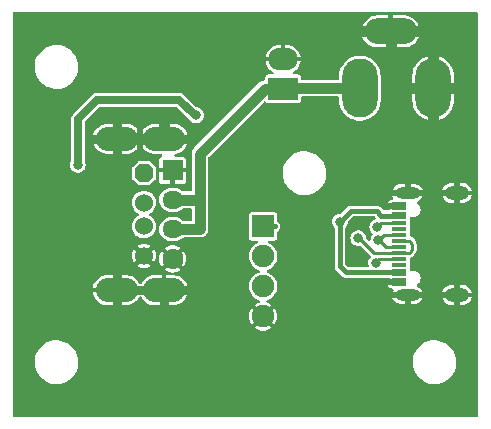
<source format=gbr>
%TF.GenerationSoftware,KiCad,Pcbnew,7.0.2*%
%TF.CreationDate,2023-11-10T23:30:57+01:00*%
%TF.ProjectId,PoweredUSB-Adapter,506f7765-7265-4645-9553-422d41646170,rev?*%
%TF.SameCoordinates,Original*%
%TF.FileFunction,Copper,L1,Top*%
%TF.FilePolarity,Positive*%
%FSLAX46Y46*%
G04 Gerber Fmt 4.6, Leading zero omitted, Abs format (unit mm)*
G04 Created by KiCad (PCBNEW 7.0.2) date 2023-11-10 23:30:57*
%MOMM*%
%LPD*%
G01*
G04 APERTURE LIST*
G04 Aperture macros list*
%AMOutline5P*
0 Free polygon, 5 corners , with rotation*
0 The origin of the aperture is its center*
0 number of corners: always 5*
0 $1 to $10 corner X, Y*
0 $11 Rotation angle, in degrees counterclockwise*
0 create outline with 5 corners*
4,1,5,$1,$2,$3,$4,$5,$6,$7,$8,$9,$10,$1,$2,$11*%
%AMOutline6P*
0 Free polygon, 6 corners , with rotation*
0 The origin of the aperture is its center*
0 number of corners: always 6*
0 $1 to $12 corner X, Y*
0 $13 Rotation angle, in degrees counterclockwise*
0 create outline with 6 corners*
4,1,6,$1,$2,$3,$4,$5,$6,$7,$8,$9,$10,$11,$12,$1,$2,$13*%
%AMOutline7P*
0 Free polygon, 7 corners , with rotation*
0 The origin of the aperture is its center*
0 number of corners: always 7*
0 $1 to $14 corner X, Y*
0 $15 Rotation angle, in degrees counterclockwise*
0 create outline with 7 corners*
4,1,7,$1,$2,$3,$4,$5,$6,$7,$8,$9,$10,$11,$12,$13,$14,$1,$2,$15*%
%AMOutline8P*
0 Free polygon, 8 corners , with rotation*
0 The origin of the aperture is its center*
0 number of corners: always 8*
0 $1 to $16 corner X, Y*
0 $17 Rotation angle, in degrees counterclockwise*
0 create outline with 8 corners*
4,1,8,$1,$2,$3,$4,$5,$6,$7,$8,$9,$10,$11,$12,$13,$14,$15,$16,$1,$2,$17*%
G04 Aperture macros list end*
%TA.AperFunction,ComponentPad*%
%ADD10R,1.905000X1.905000*%
%TD*%
%TA.AperFunction,ComponentPad*%
%ADD11C,1.905000*%
%TD*%
%TA.AperFunction,ComponentPad*%
%ADD12Outline8P,-0.762000X0.381000X-0.381000X0.762000X0.381000X0.762000X0.762000X0.381000X0.762000X-0.381000X0.381000X-0.762000X-0.381000X-0.762000X-0.762000X-0.381000X270.000000*%
%TD*%
%TA.AperFunction,ComponentPad*%
%ADD13C,1.524000*%
%TD*%
%TA.AperFunction,ComponentPad*%
%ADD14R,1.778000X1.778000*%
%TD*%
%TA.AperFunction,ComponentPad*%
%ADD15O,1.778000X1.524000*%
%TD*%
%TA.AperFunction,ComponentPad*%
%ADD16C,1.778000*%
%TD*%
%TA.AperFunction,ComponentPad*%
%ADD17O,3.556000X2.032000*%
%TD*%
%TA.AperFunction,ComponentPad*%
%ADD18O,3.000000X5.000000*%
%TD*%
%TA.AperFunction,ComponentPad*%
%ADD19O,4.400000X2.200000*%
%TD*%
%TA.AperFunction,SMDPad,CuDef*%
%ADD20R,1.300000X0.300000*%
%TD*%
%TA.AperFunction,ComponentPad*%
%ADD21O,2.100000X1.000000*%
%TD*%
%TA.AperFunction,ComponentPad*%
%ADD22O,2.000000X1.200000*%
%TD*%
%TA.AperFunction,ComponentPad*%
%ADD23R,2.500000X1.900000*%
%TD*%
%TA.AperFunction,ComponentPad*%
%ADD24O,2.500000X1.900000*%
%TD*%
%TA.AperFunction,ViaPad*%
%ADD25C,0.812800*%
%TD*%
%TA.AperFunction,Conductor*%
%ADD26C,0.635000*%
%TD*%
%TA.AperFunction,Conductor*%
%ADD27C,0.381000*%
%TD*%
%TA.AperFunction,Conductor*%
%ADD28C,0.254000*%
%TD*%
%TA.AperFunction,Conductor*%
%ADD29C,0.762000*%
%TD*%
%TA.AperFunction,Conductor*%
%ADD30C,0.889000*%
%TD*%
%TA.AperFunction,Conductor*%
%ADD31C,0.508000*%
%TD*%
G04 APERTURE END LIST*
D10*
%TO.P,J2,1,Pin_1*%
%TO.N,+5V*%
X121484200Y-78500000D03*
D11*
%TO.P,J2,2,Pin_2*%
%TO.N,/D-*%
X121484200Y-81040000D03*
%TO.P,J2,3,Pin_3*%
%TO.N,/D+*%
X121484200Y-83580000D03*
%TO.P,J2,4,Pin_4*%
%TO.N,GND*%
X121484200Y-86120000D03*
%TD*%
D12*
%TO.P,CN1,1,Vbus*%
%TO.N,+5V*%
X111405000Y-74000000D03*
D13*
%TO.P,CN1,2,D-*%
%TO.N,/D-*%
X111405000Y-76500000D03*
%TO.P,CN1,3,D+*%
%TO.N,/D+*%
X111405000Y-78500000D03*
%TO.P,CN1,4,GND*%
%TO.N,GND*%
X111405000Y-81000000D03*
D14*
%TO.P,CN1,5,PGND*%
X113835000Y-73750000D03*
D15*
%TO.P,CN1,6,PWR+*%
%TO.N,VCC*%
X113835000Y-76250000D03*
%TO.P,CN1,7,PWR+*%
X113835000Y-78750000D03*
D16*
%TO.P,CN1,8,PGND*%
%TO.N,GND*%
X113835000Y-81250000D03*
D17*
%TO.P,CN1,S,Shd*%
X113095000Y-71100000D03*
X109095000Y-71100000D03*
X113095000Y-83900000D03*
X109095000Y-83900000D03*
%TD*%
D18*
%TO.P,J1,1*%
%TO.N,VCC*%
X129684200Y-66800000D03*
%TO.P,J1,2*%
%TO.N,GND*%
X135884200Y-66800000D03*
D19*
%TO.P,J1,3*%
X132284200Y-62000000D03*
%TD*%
D20*
%TO.P,CN4,A1,GND*%
%TO.N,GND*%
X133000000Y-83350000D03*
%TO.P,CN4,A4,Vbus*%
%TO.N,+5V*%
X133000000Y-82550000D03*
%TO.P,CN4,A5,CC1*%
%TO.N,Net-(CN4-CC1)*%
X133000000Y-81250000D03*
%TO.P,CN4,A6,D+*%
%TO.N,/D+*%
X133000000Y-80250000D03*
%TO.P,CN4,A7,D-*%
%TO.N,/D-*%
X133000000Y-79750000D03*
%TO.P,CN4,A8,SBUS*%
%TO.N,unconnected-(CN4-SBUS-PadA8)*%
X133000000Y-78750000D03*
%TO.P,CN4,A9,Vbus*%
%TO.N,+5V*%
X133000000Y-77450000D03*
%TO.P,CN4,A12,GND*%
%TO.N,GND*%
X133000000Y-76650000D03*
%TO.P,CN4,B1,GND*%
X133000000Y-76950000D03*
%TO.P,CN4,B4,Vbus*%
%TO.N,+5V*%
X133000000Y-77750000D03*
%TO.P,CN4,B5,CC2*%
%TO.N,Net-(CN4-CC2)*%
X133000000Y-78250000D03*
%TO.P,CN4,B6,D+*%
%TO.N,/D+*%
X133000000Y-79250000D03*
%TO.P,CN4,B7,D-*%
%TO.N,/D-*%
X133000000Y-80750000D03*
%TO.P,CN4,B8,SBUS*%
%TO.N,unconnected-(CN4-SBUS-PadB8)*%
X133000000Y-81750000D03*
%TO.P,CN4,B9,Vbus*%
%TO.N,+5V*%
X133000000Y-82250000D03*
%TO.P,CN4,B12,GND*%
%TO.N,GND*%
X133000000Y-83050000D03*
D21*
%TO.P,CN4,S,SH*%
X133720000Y-84320000D03*
D22*
X137900000Y-84320000D03*
D21*
X133720000Y-75680000D03*
D22*
X137900000Y-75680000D03*
%TD*%
D23*
%TO.P,J3,1,Pin_1*%
%TO.N,VCC*%
X123184200Y-66850000D03*
D24*
%TO.P,J3,2,Pin_2*%
%TO.N,GND*%
X123184200Y-64350000D03*
%TD*%
D25*
%TO.N,+5V*%
X105795000Y-73300000D03*
X128000000Y-78100000D03*
X115800000Y-69100000D03*
%TO.N,/D-*%
X129550000Y-79500000D03*
%TO.N,/D+*%
X131250000Y-79650000D03*
%TO.N,GND*%
X129950000Y-91850000D03*
X101000000Y-94000000D03*
X124000000Y-61000000D03*
X125200000Y-79300000D03*
X124300000Y-79700000D03*
X122000000Y-61000000D03*
X137000000Y-61000000D03*
X109500000Y-63500000D03*
X124000000Y-94000000D03*
X111500000Y-63500000D03*
X139000000Y-92000000D03*
X103000000Y-94000000D03*
X139000000Y-80000000D03*
X109100000Y-69300000D03*
X118400000Y-76500000D03*
X126600000Y-82400000D03*
X139000000Y-73000000D03*
X111500000Y-66500000D03*
X113550000Y-90500000D03*
X118000000Y-61000000D03*
X113400000Y-63500000D03*
X117400000Y-69000000D03*
X101000000Y-74950000D03*
X139000000Y-85850000D03*
X110450000Y-88050000D03*
X101000000Y-80050000D03*
X116000000Y-61000000D03*
X139000000Y-63000000D03*
X138000000Y-94000000D03*
X132000000Y-85900000D03*
X137000000Y-94000000D03*
X111000000Y-69300000D03*
X102000000Y-94000000D03*
X109500000Y-66500000D03*
X139000000Y-62000000D03*
X139000000Y-88150000D03*
X113400000Y-66500000D03*
X122000000Y-94000000D03*
X139000000Y-87150000D03*
X126450000Y-89850000D03*
X132000000Y-74100000D03*
X120000000Y-61000000D03*
X118400000Y-75000000D03*
X139000000Y-93000000D03*
X101000000Y-83000000D03*
X118000000Y-94000000D03*
X124200000Y-84700000D03*
X101000000Y-93000000D03*
X139000000Y-78000000D03*
X103000000Y-61000000D03*
X129400000Y-78400000D03*
X101000000Y-92000000D03*
X129700000Y-81400000D03*
X139000000Y-74000000D03*
X101000000Y-77500000D03*
X120000000Y-94000000D03*
X102000000Y-61000000D03*
X139000000Y-61000000D03*
X139000000Y-94000000D03*
X101000000Y-61000000D03*
X101000000Y-62000000D03*
X101000000Y-71950000D03*
X119850000Y-88450000D03*
X122000000Y-72900000D03*
X118500000Y-84500000D03*
X101000000Y-63000000D03*
X139000000Y-82000000D03*
X127600000Y-85300000D03*
X113100000Y-69300000D03*
X128800000Y-75900000D03*
X138000000Y-61000000D03*
X116000000Y-94000000D03*
%TO.N,Net-(CN4-CC1)*%
X131050000Y-81600000D03*
%TO.N,Net-(CN4-CC2)*%
X131150000Y-78550000D03*
%TD*%
D26*
%TO.N,+5V*%
X105795000Y-69405000D02*
X105795000Y-73300000D01*
D27*
X128000000Y-81900000D02*
X128000000Y-78100000D01*
D28*
X133000000Y-82550000D02*
X132850000Y-82400000D01*
D27*
X131100000Y-77200000D02*
X128900000Y-77200000D01*
X131500000Y-82400000D02*
X132850000Y-82400000D01*
X132850000Y-77600000D02*
X131500000Y-77600000D01*
X128500100Y-82400100D02*
X128000000Y-81900000D01*
D26*
X115700000Y-69100000D02*
X115800000Y-69100000D01*
X114400000Y-67800000D02*
X107400000Y-67800000D01*
D27*
X129350100Y-82400100D02*
X131499900Y-82400100D01*
X131499900Y-82400100D02*
X131500000Y-82400000D01*
D28*
X133000000Y-82250000D02*
X133000000Y-82550000D01*
D26*
X107400000Y-67800000D02*
X105795000Y-69405000D01*
D28*
X133000000Y-77750000D02*
X133000000Y-77450000D01*
X133000000Y-77750000D02*
X132850000Y-77600000D01*
D27*
X131500000Y-77600000D02*
X131100000Y-77200000D01*
D26*
X115700000Y-69100000D02*
X114400000Y-67800000D01*
D27*
X122484200Y-78500000D02*
X121484200Y-78500000D01*
X128900000Y-77200000D02*
X128000000Y-78100000D01*
X129350100Y-82400100D02*
X128500100Y-82400100D01*
D28*
%TO.N,/D-*%
X134100000Y-80450000D02*
X134100000Y-80050000D01*
X130900000Y-80750000D02*
X129600000Y-79450000D01*
X133950000Y-79750000D02*
X133000000Y-79750000D01*
X133000000Y-80750000D02*
X133950000Y-80750000D01*
X133950000Y-80750000D02*
X134100000Y-80450000D01*
X134100000Y-80050000D02*
X133950000Y-79750000D01*
X133000000Y-80750000D02*
X130900000Y-80750000D01*
%TO.N,/D+*%
X131900000Y-80250000D02*
X131500000Y-79850000D01*
X131700000Y-79250000D02*
X131500000Y-79450000D01*
X133000000Y-79250000D02*
X131700000Y-79250000D01*
X133000000Y-80250000D02*
X131900000Y-80250000D01*
X131500000Y-79850000D02*
X131500000Y-79450000D01*
D29*
%TO.N,GND*%
X109095000Y-71100000D02*
X107050000Y-71100000D01*
X109095000Y-83900000D02*
X109095000Y-85455000D01*
D30*
X135884200Y-66800000D02*
X138084200Y-66800000D01*
X132284200Y-62000000D02*
X127884200Y-62000000D01*
D29*
X113095000Y-83900000D02*
X113095000Y-85755000D01*
D31*
X137900000Y-84320000D02*
X133720000Y-84320000D01*
D29*
X109095000Y-71100000D02*
X115500000Y-71100000D01*
X109095000Y-83900000D02*
X116200000Y-83900000D01*
D31*
X133720000Y-84320000D02*
X130280000Y-84320000D01*
X133720000Y-75680000D02*
X133720000Y-74470000D01*
D30*
X135884200Y-66800000D02*
X135884200Y-60950000D01*
D31*
X133720000Y-84320000D02*
X133720000Y-85670000D01*
X133720000Y-75680000D02*
X131380000Y-75680000D01*
X137900000Y-84320000D02*
X137900000Y-85600000D01*
D30*
X132284200Y-62000000D02*
X136884200Y-62000000D01*
D31*
X111100000Y-71100000D02*
X111100000Y-72400000D01*
D29*
X109095000Y-83900000D02*
X109095000Y-71100000D01*
D31*
X111100000Y-71100000D02*
X111100000Y-70000000D01*
D30*
X135884200Y-66800000D02*
X133584200Y-66800000D01*
X113095000Y-71100000D02*
X111100000Y-71100000D01*
D31*
X137900000Y-75680000D02*
X137900000Y-74650000D01*
D29*
X109095000Y-71100000D02*
X109095000Y-69305000D01*
X109095000Y-69305000D02*
X109100000Y-69300000D01*
X109095000Y-85455000D02*
X109095000Y-86105000D01*
D31*
X137900000Y-84320000D02*
X137900000Y-83100000D01*
D30*
X135884200Y-66800000D02*
X135884200Y-71600000D01*
D31*
X137900000Y-75680000D02*
X137900000Y-76800000D01*
D30*
X132284200Y-62000000D02*
X132284200Y-63900000D01*
D31*
X137900000Y-75680000D02*
X133720000Y-75680000D01*
D30*
X113095000Y-71100000D02*
X113095000Y-69305000D01*
X111100000Y-71100000D02*
X109095000Y-71100000D01*
X113095000Y-69305000D02*
X113100000Y-69300000D01*
%TO.N,VCC*%
X129684200Y-66800000D02*
X123234200Y-66800000D01*
X116145000Y-74600000D02*
X116145000Y-73750000D01*
X121634200Y-66850000D02*
X123184200Y-66850000D01*
X116145000Y-74600000D02*
X116145000Y-72339200D01*
X116145000Y-76250000D02*
X116145000Y-74600000D01*
X116145000Y-72339200D02*
X121634200Y-66850000D01*
X123234200Y-66800000D02*
X123184200Y-66850000D01*
X116145000Y-78750000D02*
X116145000Y-76250000D01*
X116145000Y-76250000D02*
X113835000Y-76250000D01*
X113835000Y-78750000D02*
X116145000Y-78750000D01*
D28*
%TO.N,Net-(CN4-CC1)*%
X131280200Y-81269800D02*
X132980200Y-81269800D01*
X131050000Y-81500000D02*
X131280200Y-81269800D01*
X132980200Y-81269800D02*
X133000000Y-81250000D01*
X131050000Y-81600000D02*
X131050000Y-81500000D01*
%TO.N,Net-(CN4-CC2)*%
X133000000Y-78250000D02*
X131450000Y-78250000D01*
X131450000Y-78250000D02*
X131150000Y-78550000D01*
%TD*%
%TA.AperFunction,Conductor*%
%TO.N,GND*%
G36*
X130931606Y-77665002D02*
G01*
X130952580Y-77681905D01*
X130984004Y-77713329D01*
X131018030Y-77775641D01*
X131012965Y-77846456D01*
X130970418Y-77903292D01*
X130925064Y-77924762D01*
X130913923Y-77927507D01*
X130771807Y-78002095D01*
X130651675Y-78108523D01*
X130560503Y-78240609D01*
X130503591Y-78390675D01*
X130484246Y-78550000D01*
X130503591Y-78709324D01*
X130560503Y-78859390D01*
X130601311Y-78918510D01*
X130633910Y-78965739D01*
X130651677Y-78991478D01*
X130723142Y-79054791D01*
X130760868Y-79114935D01*
X130760088Y-79185927D01*
X130743285Y-79220679D01*
X130660503Y-79340608D01*
X130603591Y-79490675D01*
X130588941Y-79611335D01*
X130560874Y-79676548D01*
X130502005Y-79716234D01*
X130431026Y-79717794D01*
X130374765Y-79685242D01*
X130250124Y-79560601D01*
X130216098Y-79498289D01*
X130214138Y-79486694D01*
X130213569Y-79482011D01*
X130196408Y-79340675D01*
X130139496Y-79190609D01*
X130048324Y-79058523D01*
X130032537Y-79044537D01*
X129928192Y-78952095D01*
X129811552Y-78890878D01*
X129786080Y-78877509D01*
X129630248Y-78839100D01*
X129469752Y-78839100D01*
X129349173Y-78868820D01*
X129313920Y-78877509D01*
X129171807Y-78952095D01*
X129051675Y-79058523D01*
X128960503Y-79190609D01*
X128903591Y-79340675D01*
X128884246Y-79499999D01*
X128903591Y-79659324D01*
X128960503Y-79809390D01*
X129051675Y-79941476D01*
X129171807Y-80047904D01*
X129171809Y-80047905D01*
X129313920Y-80122491D01*
X129469752Y-80160900D01*
X129469754Y-80160900D01*
X129630249Y-80160900D01*
X129658072Y-80154041D01*
X129674470Y-80150000D01*
X129745398Y-80153117D01*
X129793720Y-80183243D01*
X130572263Y-80961786D01*
X130606289Y-81024098D01*
X130601224Y-81094913D01*
X130566723Y-81145192D01*
X130551676Y-81158522D01*
X130460503Y-81290609D01*
X130403591Y-81440675D01*
X130384246Y-81600000D01*
X130403592Y-81759326D01*
X130413109Y-81784421D01*
X130418562Y-81855208D01*
X130384880Y-81917706D01*
X130322755Y-81952072D01*
X130295297Y-81955100D01*
X128736615Y-81955100D01*
X128668494Y-81935098D01*
X128647520Y-81918195D01*
X128481905Y-81752580D01*
X128447879Y-81690268D01*
X128445000Y-81663485D01*
X128445000Y-78645426D01*
X128465002Y-78577305D01*
X128487448Y-78551112D01*
X128488703Y-78550000D01*
X128498324Y-78541477D01*
X128589496Y-78409391D01*
X128646408Y-78259325D01*
X128660890Y-78140056D01*
X128665548Y-78101697D01*
X128693615Y-78036484D01*
X128701522Y-78027801D01*
X129047420Y-77681904D01*
X129109733Y-77647879D01*
X129136516Y-77645000D01*
X130863485Y-77645000D01*
X130931606Y-77665002D01*
G37*
%TD.AperFunction*%
%TA.AperFunction,Conductor*%
G36*
X111939300Y-83828111D02*
G01*
X111939300Y-83971889D01*
X111974127Y-84090500D01*
X110215873Y-84090500D01*
X110250700Y-83971889D01*
X110250700Y-83828111D01*
X110215873Y-83709500D01*
X111974127Y-83709500D01*
X111939300Y-83828111D01*
G37*
%TD.AperFunction*%
%TA.AperFunction,Conductor*%
G36*
X111939300Y-71028111D02*
G01*
X111939300Y-71171889D01*
X111974127Y-71290500D01*
X110215873Y-71290500D01*
X110250700Y-71171889D01*
X110250700Y-71028111D01*
X110215873Y-70909500D01*
X111974127Y-70909500D01*
X111939300Y-71028111D01*
G37*
%TD.AperFunction*%
%TA.AperFunction,Conductor*%
G36*
X139612621Y-60349502D02*
G01*
X139659114Y-60403158D01*
X139670500Y-60455500D01*
X139670500Y-94544500D01*
X139650498Y-94612621D01*
X139596842Y-94659114D01*
X139544500Y-94670500D01*
X100455500Y-94670500D01*
X100387379Y-94650498D01*
X100340886Y-94596842D01*
X100329500Y-94544500D01*
X100329500Y-90067766D01*
X102145787Y-90067766D01*
X102175413Y-90337015D01*
X102175414Y-90337018D01*
X102243928Y-90599088D01*
X102349870Y-90848390D01*
X102490982Y-91079610D01*
X102664255Y-91287820D01*
X102664256Y-91287821D01*
X102664258Y-91287823D01*
X102865993Y-91468578D01*
X102865995Y-91468579D01*
X102865998Y-91468582D01*
X103091910Y-91618044D01*
X103224104Y-91680014D01*
X103337171Y-91733018D01*
X103337173Y-91733018D01*
X103337176Y-91733020D01*
X103596569Y-91811060D01*
X103596572Y-91811060D01*
X103596574Y-91811061D01*
X103864558Y-91850500D01*
X103864561Y-91850500D01*
X104065330Y-91850500D01*
X104067631Y-91850500D01*
X104270156Y-91835677D01*
X104534553Y-91776780D01*
X104787558Y-91680014D01*
X105023777Y-91547441D01*
X105238177Y-91381888D01*
X105426186Y-91186881D01*
X105583799Y-90966579D01*
X105707656Y-90725675D01*
X105795118Y-90469305D01*
X105844319Y-90202933D01*
X105849259Y-90067766D01*
X134145787Y-90067766D01*
X134175413Y-90337015D01*
X134175414Y-90337018D01*
X134243928Y-90599088D01*
X134349870Y-90848390D01*
X134490982Y-91079610D01*
X134664255Y-91287820D01*
X134664256Y-91287821D01*
X134664258Y-91287823D01*
X134865993Y-91468578D01*
X134865995Y-91468579D01*
X134865998Y-91468582D01*
X135091910Y-91618044D01*
X135224104Y-91680014D01*
X135337171Y-91733018D01*
X135337173Y-91733018D01*
X135337176Y-91733020D01*
X135596569Y-91811060D01*
X135596572Y-91811060D01*
X135596574Y-91811061D01*
X135864558Y-91850500D01*
X135864561Y-91850500D01*
X136065330Y-91850500D01*
X136067631Y-91850500D01*
X136270156Y-91835677D01*
X136534553Y-91776780D01*
X136787558Y-91680014D01*
X137023777Y-91547441D01*
X137238177Y-91381888D01*
X137426186Y-91186881D01*
X137583799Y-90966579D01*
X137707656Y-90725675D01*
X137795118Y-90469305D01*
X137844319Y-90202933D01*
X137854212Y-89932235D01*
X137824586Y-89662982D01*
X137756072Y-89400912D01*
X137650130Y-89151610D01*
X137509018Y-88920390D01*
X137335745Y-88712180D01*
X137230759Y-88618112D01*
X137134006Y-88531421D01*
X137134003Y-88531419D01*
X137134002Y-88531418D01*
X136908090Y-88381956D01*
X136908086Y-88381954D01*
X136662828Y-88266981D01*
X136403425Y-88188938D01*
X136135442Y-88149500D01*
X136135439Y-88149500D01*
X135932369Y-88149500D01*
X135930099Y-88149666D01*
X135930075Y-88149667D01*
X135729839Y-88164323D01*
X135465449Y-88223219D01*
X135212441Y-88319985D01*
X134976225Y-88452557D01*
X134761820Y-88618114D01*
X134573815Y-88813117D01*
X134416200Y-89033422D01*
X134292342Y-89274328D01*
X134204882Y-89530693D01*
X134155681Y-89797065D01*
X134145787Y-90067766D01*
X105849259Y-90067766D01*
X105854212Y-89932235D01*
X105824586Y-89662982D01*
X105756072Y-89400912D01*
X105650130Y-89151610D01*
X105509018Y-88920390D01*
X105335745Y-88712180D01*
X105230759Y-88618112D01*
X105134006Y-88531421D01*
X105134003Y-88531419D01*
X105134002Y-88531418D01*
X104908090Y-88381956D01*
X104908086Y-88381954D01*
X104662828Y-88266981D01*
X104403425Y-88188938D01*
X104135442Y-88149500D01*
X104135439Y-88149500D01*
X103932369Y-88149500D01*
X103930099Y-88149666D01*
X103930075Y-88149667D01*
X103729839Y-88164323D01*
X103465449Y-88223219D01*
X103212441Y-88319985D01*
X102976225Y-88452557D01*
X102761820Y-88618114D01*
X102573815Y-88813117D01*
X102416200Y-89033422D01*
X102292342Y-89274328D01*
X102204882Y-89530693D01*
X102155681Y-89797065D01*
X102145787Y-90067766D01*
X100329500Y-90067766D01*
X100329500Y-86120000D01*
X120272530Y-86120000D01*
X120293161Y-86342642D01*
X120354350Y-86557701D01*
X120454019Y-86757863D01*
X120506900Y-86827890D01*
X120506902Y-86827890D01*
X121061102Y-86273690D01*
X121090087Y-86347541D01*
X121174665Y-86453599D01*
X121286747Y-86530016D01*
X121330190Y-86543416D01*
X120774181Y-87099424D01*
X120944113Y-87204641D01*
X121152610Y-87285413D01*
X121372403Y-87326500D01*
X121595997Y-87326500D01*
X121815789Y-87285413D01*
X122024288Y-87204641D01*
X122194218Y-87099424D01*
X121639478Y-86544684D01*
X121740557Y-86496007D01*
X121839998Y-86403740D01*
X121907825Y-86286260D01*
X121910062Y-86276457D01*
X122461496Y-86827890D01*
X122461497Y-86827890D01*
X122514381Y-86757861D01*
X122614049Y-86557701D01*
X122675238Y-86342642D01*
X122695869Y-86120000D01*
X122675238Y-85897357D01*
X122614049Y-85682298D01*
X122514380Y-85482137D01*
X122461497Y-85412108D01*
X121907296Y-85966308D01*
X121878313Y-85892459D01*
X121793735Y-85786401D01*
X121681653Y-85709984D01*
X121638209Y-85696583D01*
X122194218Y-85140574D01*
X122024286Y-85035358D01*
X121849182Y-84967523D01*
X121792887Y-84924263D01*
X121768916Y-84857436D01*
X121784880Y-84788257D01*
X121835710Y-84738692D01*
X121862088Y-84728324D01*
X121898595Y-84718542D01*
X122090006Y-84629286D01*
X122263009Y-84508148D01*
X122412348Y-84358809D01*
X122533486Y-84185806D01*
X122622742Y-83994395D01*
X122677404Y-83790394D01*
X122695811Y-83580000D01*
X122677404Y-83369606D01*
X122622742Y-83165605D01*
X122533486Y-82974195D01*
X122412348Y-82801191D01*
X122263009Y-82651852D01*
X122170615Y-82587157D01*
X122090007Y-82530714D01*
X121898595Y-82441457D01*
X121862204Y-82431707D01*
X121801581Y-82394755D01*
X121770560Y-82330895D01*
X121778988Y-82260400D01*
X121824191Y-82205653D01*
X121862204Y-82188293D01*
X121898595Y-82178542D01*
X121922843Y-82167235D01*
X122090006Y-82089286D01*
X122263009Y-81968148D01*
X122412348Y-81818809D01*
X122533486Y-81645806D01*
X122622742Y-81454395D01*
X122677404Y-81250394D01*
X122695811Y-81040000D01*
X122677404Y-80829606D01*
X122622742Y-80625605D01*
X122533486Y-80434195D01*
X122412348Y-80261191D01*
X122263009Y-80111852D01*
X122090006Y-79990714D01*
X122065063Y-79979083D01*
X121996677Y-79947194D01*
X121943392Y-79900277D01*
X121923931Y-79831999D01*
X121944473Y-79764039D01*
X121998496Y-79717974D01*
X122049926Y-79706999D01*
X122461766Y-79706999D01*
X122461768Y-79706999D01*
X122511255Y-79697155D01*
X122536001Y-79692234D01*
X122620184Y-79635984D01*
X122676434Y-79551801D01*
X122691200Y-79477567D01*
X122691199Y-78969956D01*
X122711201Y-78901836D01*
X122731497Y-78877592D01*
X122737706Y-78871830D01*
X122737709Y-78871829D01*
X122836044Y-78780587D01*
X122903117Y-78664413D01*
X122932968Y-78533630D01*
X122922943Y-78399860D01*
X122884038Y-78300731D01*
X122873934Y-78274986D01*
X122790296Y-78170108D01*
X122746219Y-78140056D01*
X122713376Y-78100000D01*
X127334246Y-78100000D01*
X127353591Y-78259324D01*
X127410503Y-78409391D01*
X127501675Y-78541477D01*
X127512553Y-78551114D01*
X127550278Y-78611258D01*
X127554999Y-78645426D01*
X127554999Y-81867940D01*
X127554207Y-81882045D01*
X127550288Y-81916826D01*
X127560771Y-81972230D01*
X127561559Y-81976872D01*
X127570906Y-82038881D01*
X127572281Y-82043059D01*
X127601574Y-82098486D01*
X127603696Y-82102688D01*
X127630908Y-82159193D01*
X127633451Y-82162775D01*
X127637908Y-82167232D01*
X127637910Y-82167235D01*
X127677810Y-82207135D01*
X127681053Y-82210502D01*
X127723710Y-82256475D01*
X127738493Y-82267818D01*
X128162765Y-82692090D01*
X128172181Y-82702626D01*
X128194003Y-82729991D01*
X128240598Y-82761759D01*
X128244410Y-82764464D01*
X128289816Y-82797975D01*
X128289818Y-82797975D01*
X128294897Y-82801724D01*
X128298804Y-82803697D01*
X128304841Y-82805559D01*
X128358719Y-82822178D01*
X128363181Y-82823646D01*
X128402986Y-82837574D01*
X128422396Y-82844367D01*
X128426708Y-82845100D01*
X128433027Y-82845100D01*
X128489428Y-82845100D01*
X128494138Y-82845188D01*
X128512957Y-82845892D01*
X128550486Y-82847296D01*
X128550486Y-82847295D01*
X128556797Y-82847532D01*
X128575270Y-82845100D01*
X129283027Y-82845100D01*
X131467837Y-82845100D01*
X131481943Y-82845892D01*
X131516727Y-82849811D01*
X131530542Y-82847196D01*
X131553968Y-82845000D01*
X131988809Y-82845000D01*
X132056930Y-82865002D01*
X132077904Y-82881905D01*
X132095999Y-82900000D01*
X132153011Y-82900000D01*
X132221132Y-82920002D01*
X132223012Y-82921234D01*
X132250699Y-82939734D01*
X132324933Y-82954500D01*
X133024001Y-82954499D01*
X133092121Y-82974501D01*
X133138614Y-83028157D01*
X133150000Y-83080499D01*
X133150000Y-83374000D01*
X133129998Y-83442121D01*
X133076342Y-83488614D01*
X133024000Y-83500000D01*
X132096001Y-83500000D01*
X132096001Y-83525018D01*
X132110736Y-83599105D01*
X132166876Y-83683124D01*
X132250893Y-83739263D01*
X132324980Y-83753999D01*
X132407896Y-83753999D01*
X132476017Y-83774000D01*
X132522510Y-83827656D01*
X132532615Y-83897929D01*
X132517017Y-83942998D01*
X132472952Y-84019322D01*
X132439967Y-84129500D01*
X133105115Y-84129500D01*
X133089760Y-84139760D01*
X133034505Y-84222455D01*
X133015102Y-84320000D01*
X133034505Y-84417545D01*
X133089760Y-84500240D01*
X133105115Y-84510500D01*
X132437960Y-84510500D01*
X132442760Y-84537723D01*
X132512570Y-84699563D01*
X132617827Y-84840949D01*
X132752848Y-84954245D01*
X132910361Y-85033351D01*
X133081872Y-85074000D01*
X133529500Y-85074000D01*
X133529500Y-84570000D01*
X133910500Y-84570000D01*
X133910500Y-85074000D01*
X134310246Y-85074000D01*
X134317559Y-85073574D01*
X134445069Y-85058669D01*
X134610696Y-84998386D01*
X134757962Y-84901529D01*
X134878918Y-84773323D01*
X134967047Y-84620678D01*
X135000033Y-84510500D01*
X134334885Y-84510500D01*
X134350240Y-84500240D01*
X134405495Y-84417545D01*
X134424898Y-84320000D01*
X134405495Y-84222455D01*
X134350240Y-84139760D01*
X134334885Y-84129500D01*
X135002040Y-84129500D01*
X135002040Y-84129499D01*
X136665829Y-84129499D01*
X136665830Y-84129500D01*
X137267927Y-84129500D01*
X137226799Y-84183962D01*
X137196105Y-84291840D01*
X137206454Y-84403521D01*
X137256448Y-84503922D01*
X137263664Y-84510500D01*
X136666586Y-84510500D01*
X136701975Y-84637960D01*
X136788985Y-84802080D01*
X136909239Y-84943654D01*
X137057120Y-85056070D01*
X137225711Y-85134068D01*
X137407121Y-85174000D01*
X137709500Y-85174000D01*
X137709500Y-84620000D01*
X138090500Y-84620000D01*
X138090500Y-85174000D01*
X138342890Y-85174000D01*
X138349703Y-85173630D01*
X138484666Y-85158952D01*
X138660698Y-85099640D01*
X138819865Y-85003873D01*
X138954726Y-84876126D01*
X139058969Y-84722379D01*
X139127723Y-84549817D01*
X139134170Y-84510500D01*
X138532073Y-84510500D01*
X138573201Y-84456038D01*
X138603895Y-84348160D01*
X138593546Y-84236479D01*
X138543552Y-84136078D01*
X138536336Y-84129500D01*
X139133414Y-84129500D01*
X139133413Y-84129499D01*
X139098024Y-84002039D01*
X139011014Y-83837919D01*
X138890760Y-83696345D01*
X138742879Y-83583929D01*
X138574288Y-83505931D01*
X138392879Y-83466000D01*
X138090500Y-83466000D01*
X138090500Y-84020000D01*
X137709500Y-84020000D01*
X137709500Y-83466000D01*
X137457110Y-83466000D01*
X137450296Y-83466369D01*
X137315333Y-83481047D01*
X137139301Y-83540359D01*
X136980134Y-83636126D01*
X136845273Y-83763873D01*
X136741030Y-83917620D01*
X136672276Y-84090182D01*
X136665829Y-84129499D01*
X135002040Y-84129499D01*
X134997239Y-84102276D01*
X134927429Y-83940436D01*
X134822172Y-83799050D01*
X134687151Y-83685754D01*
X134553818Y-83618792D01*
X134501920Y-83570344D01*
X134484453Y-83501530D01*
X134506963Y-83434196D01*
X134533659Y-83406234D01*
X134648282Y-83318282D01*
X134744536Y-83192841D01*
X134805044Y-83046762D01*
X134825682Y-82890000D01*
X134805044Y-82733238D01*
X134744536Y-82587159D01*
X134744535Y-82587158D01*
X134744535Y-82587157D01*
X134648282Y-82461717D01*
X134522842Y-82365464D01*
X134376761Y-82304955D01*
X134263448Y-82290038D01*
X134263447Y-82290037D01*
X134259361Y-82289500D01*
X134180639Y-82289500D01*
X134176555Y-82290037D01*
X134176549Y-82290038D01*
X134046944Y-82307100D01*
X133976796Y-82296160D01*
X133923697Y-82249032D01*
X133904499Y-82182178D01*
X133904499Y-82153509D01*
X133904499Y-82074934D01*
X133894483Y-82024580D01*
X133894484Y-81975419D01*
X133904500Y-81925067D01*
X133904499Y-81574934D01*
X133902958Y-81567188D01*
X133894484Y-81524581D01*
X133894484Y-81475419D01*
X133904500Y-81425067D01*
X133904499Y-81251572D01*
X133924501Y-81183453D01*
X133978156Y-81136960D01*
X134016032Y-81126406D01*
X134057041Y-81121668D01*
X134057043Y-81121666D01*
X134062882Y-81120992D01*
X134070413Y-81118617D01*
X134075584Y-81115818D01*
X134075586Y-81115818D01*
X134120373Y-81091579D01*
X134125953Y-81088738D01*
X134171921Y-81066774D01*
X134171923Y-81066772D01*
X134177239Y-81064232D01*
X134183571Y-81059554D01*
X134187559Y-81055221D01*
X134187562Y-81055220D01*
X134222048Y-81017757D01*
X134226437Y-81013224D01*
X134266953Y-80973428D01*
X134271428Y-80966940D01*
X134273793Y-80961547D01*
X134273795Y-80961546D01*
X134294249Y-80914914D01*
X134296916Y-80909226D01*
X134418712Y-80665633D01*
X134431981Y-80644590D01*
X134440158Y-80634085D01*
X134448662Y-80609313D01*
X134449856Y-80605834D01*
X134454929Y-80593739D01*
X134455357Y-80592344D01*
X134455361Y-80592338D01*
X134462252Y-80569921D01*
X134463482Y-80566143D01*
X134481500Y-80513661D01*
X134481500Y-80513658D01*
X134483567Y-80507638D01*
X134481566Y-80445868D01*
X134481500Y-80441788D01*
X134481500Y-80100341D01*
X134483955Y-80075589D01*
X134486572Y-80062526D01*
X134482612Y-80032916D01*
X134481741Y-80019835D01*
X134481500Y-80018389D01*
X134477643Y-79995277D01*
X134477043Y-79991282D01*
X134470382Y-79941477D01*
X134469694Y-79936328D01*
X134469693Y-79936327D01*
X134468850Y-79930018D01*
X134465818Y-79924415D01*
X134465818Y-79924414D01*
X134439422Y-79875639D01*
X134437551Y-79872043D01*
X134435780Y-79868500D01*
X134315785Y-79628511D01*
X134306341Y-79603099D01*
X134304198Y-79594634D01*
X134285360Y-79565800D01*
X134278155Y-79553251D01*
X134277087Y-79551114D01*
X134265994Y-79535867D01*
X134262399Y-79530656D01*
X134231344Y-79483121D01*
X134225857Y-79477453D01*
X134179341Y-79444865D01*
X134174248Y-79441102D01*
X134170117Y-79437887D01*
X134134085Y-79409842D01*
X134134084Y-79409841D01*
X134129448Y-79406233D01*
X134122399Y-79402644D01*
X134067844Y-79386932D01*
X134061807Y-79385028D01*
X134041845Y-79378175D01*
X134013661Y-79368500D01*
X134013660Y-79368500D01*
X133993776Y-79361674D01*
X133995009Y-79358079D01*
X133962379Y-79348498D01*
X133915886Y-79294842D01*
X133904500Y-79242501D01*
X133904499Y-79074933D01*
X133894484Y-79024581D01*
X133894484Y-78975419D01*
X133904500Y-78925067D01*
X133904499Y-78574934D01*
X133899761Y-78551114D01*
X133894484Y-78524579D01*
X133894484Y-78475421D01*
X133904500Y-78425067D01*
X133904499Y-78074934D01*
X133903023Y-78067515D01*
X133894484Y-78024581D01*
X133894484Y-77975419D01*
X133904500Y-77925067D01*
X133904499Y-77817819D01*
X133924500Y-77749701D01*
X133978156Y-77703208D01*
X134046945Y-77692899D01*
X134063237Y-77695043D01*
X134063238Y-77695044D01*
X134180639Y-77710500D01*
X134184761Y-77710500D01*
X134255239Y-77710500D01*
X134259361Y-77710500D01*
X134376762Y-77695044D01*
X134522841Y-77634536D01*
X134648282Y-77538282D01*
X134744536Y-77412841D01*
X134805044Y-77266762D01*
X134825682Y-77110000D01*
X134805044Y-76953238D01*
X134744536Y-76807159D01*
X134744535Y-76807158D01*
X134744535Y-76807157D01*
X134648282Y-76681718D01*
X134532590Y-76592944D01*
X134490723Y-76535606D01*
X134486501Y-76464735D01*
X134521265Y-76402832D01*
X134566201Y-76374580D01*
X134610699Y-76358384D01*
X134757962Y-76261529D01*
X134878918Y-76133323D01*
X134967047Y-75980678D01*
X135000033Y-75870500D01*
X134334885Y-75870500D01*
X134350240Y-75860240D01*
X134405495Y-75777545D01*
X134424898Y-75680000D01*
X134405495Y-75582455D01*
X134350240Y-75499760D01*
X134334885Y-75489500D01*
X135002040Y-75489500D01*
X135002040Y-75489499D01*
X136665829Y-75489499D01*
X136665830Y-75489500D01*
X137267927Y-75489500D01*
X137226799Y-75543962D01*
X137196105Y-75651840D01*
X137206454Y-75763521D01*
X137256448Y-75863922D01*
X137263664Y-75870500D01*
X136666586Y-75870500D01*
X136701975Y-75997960D01*
X136788985Y-76162080D01*
X136909239Y-76303654D01*
X137057120Y-76416070D01*
X137225711Y-76494068D01*
X137407121Y-76534000D01*
X137709500Y-76534000D01*
X137709500Y-75980000D01*
X138090500Y-75980000D01*
X138090500Y-76534000D01*
X138342890Y-76534000D01*
X138349703Y-76533630D01*
X138484666Y-76518952D01*
X138660698Y-76459640D01*
X138819865Y-76363873D01*
X138954726Y-76236126D01*
X139058969Y-76082379D01*
X139127723Y-75909817D01*
X139134170Y-75870500D01*
X138532073Y-75870500D01*
X138573201Y-75816038D01*
X138603895Y-75708160D01*
X138593546Y-75596479D01*
X138543552Y-75496078D01*
X138536336Y-75489500D01*
X139133414Y-75489500D01*
X139133413Y-75489499D01*
X139098024Y-75362039D01*
X139011014Y-75197919D01*
X138890760Y-75056345D01*
X138742879Y-74943929D01*
X138574288Y-74865931D01*
X138392879Y-74826000D01*
X138090500Y-74826000D01*
X138090500Y-75380000D01*
X137709500Y-75380000D01*
X137709500Y-74826000D01*
X137457110Y-74826000D01*
X137450296Y-74826369D01*
X137315333Y-74841047D01*
X137139301Y-74900359D01*
X136980134Y-74996126D01*
X136845273Y-75123873D01*
X136741030Y-75277620D01*
X136672276Y-75450182D01*
X136665829Y-75489499D01*
X135002040Y-75489499D01*
X134997239Y-75462276D01*
X134927429Y-75300436D01*
X134822172Y-75159050D01*
X134687151Y-75045754D01*
X134529638Y-74966648D01*
X134358128Y-74926000D01*
X133910500Y-74926000D01*
X133910500Y-75430000D01*
X133529500Y-75430000D01*
X133529500Y-74926000D01*
X133129754Y-74926000D01*
X133122440Y-74926425D01*
X132994930Y-74941330D01*
X132829303Y-75001613D01*
X132682037Y-75098470D01*
X132561081Y-75226676D01*
X132472952Y-75379321D01*
X132439967Y-75489500D01*
X133105115Y-75489500D01*
X133089760Y-75499760D01*
X133034505Y-75582455D01*
X133015102Y-75680000D01*
X133034505Y-75777545D01*
X133089760Y-75860240D01*
X133105115Y-75870500D01*
X132437960Y-75870500D01*
X132442760Y-75897723D01*
X132517113Y-76070094D01*
X132525728Y-76140566D01*
X132494876Y-76204508D01*
X132434351Y-76241620D01*
X132401419Y-76246000D01*
X132324982Y-76246000D01*
X132250894Y-76260736D01*
X132166875Y-76316876D01*
X132110736Y-76400893D01*
X132096000Y-76474981D01*
X132096000Y-76500000D01*
X133024000Y-76500000D01*
X133092121Y-76520002D01*
X133138614Y-76573658D01*
X133150000Y-76626000D01*
X133150000Y-76919500D01*
X133129998Y-76987621D01*
X133076342Y-77034114D01*
X133024000Y-77045500D01*
X132324931Y-77045500D01*
X132250699Y-77060265D01*
X132223013Y-77078765D01*
X132155260Y-77099980D01*
X132153011Y-77100000D01*
X132096000Y-77100000D01*
X132077905Y-77118095D01*
X132015593Y-77152121D01*
X131988810Y-77155000D01*
X131736515Y-77155000D01*
X131668394Y-77134998D01*
X131647420Y-77118095D01*
X131437337Y-76908012D01*
X131427922Y-76897478D01*
X131422660Y-76890880D01*
X131406095Y-76870108D01*
X131359518Y-76838352D01*
X131355683Y-76835630D01*
X131305214Y-76798383D01*
X131301285Y-76796399D01*
X131241370Y-76777918D01*
X131236895Y-76776445D01*
X131177720Y-76755738D01*
X131173372Y-76755000D01*
X131167073Y-76755000D01*
X131110672Y-76755000D01*
X131105961Y-76754912D01*
X131043305Y-76752567D01*
X131024831Y-76755000D01*
X128932063Y-76755000D01*
X128917957Y-76754208D01*
X128883173Y-76750289D01*
X128883172Y-76750289D01*
X128827768Y-76760771D01*
X128823126Y-76761560D01*
X128761118Y-76770906D01*
X128756939Y-76772281D01*
X128701490Y-76801586D01*
X128697289Y-76803707D01*
X128640818Y-76830903D01*
X128637214Y-76833460D01*
X128592874Y-76877799D01*
X128589484Y-76881065D01*
X128543526Y-76923708D01*
X128532187Y-76938487D01*
X128068480Y-77402195D01*
X128006167Y-77436220D01*
X127979384Y-77439100D01*
X127919752Y-77439100D01*
X127763919Y-77477509D01*
X127763920Y-77477509D01*
X127621807Y-77552095D01*
X127501675Y-77658523D01*
X127410503Y-77790609D01*
X127353591Y-77940675D01*
X127334246Y-78100000D01*
X122713376Y-78100000D01*
X122701204Y-78085155D01*
X122691199Y-78035951D01*
X122691199Y-77790609D01*
X122691199Y-77522434D01*
X122676434Y-77448199D01*
X122652809Y-77412842D01*
X122620184Y-77364015D01*
X122536001Y-77307766D01*
X122535996Y-77307765D01*
X122461767Y-77293000D01*
X122461766Y-77293000D01*
X120506631Y-77293000D01*
X120432399Y-77307765D01*
X120348215Y-77364015D01*
X120291966Y-77448198D01*
X120277200Y-77522433D01*
X120277200Y-79477568D01*
X120291965Y-79551800D01*
X120348215Y-79635984D01*
X120404465Y-79673568D01*
X120432399Y-79692234D01*
X120506633Y-79707000D01*
X120918474Y-79706999D01*
X120986592Y-79727001D01*
X121033086Y-79780656D01*
X121043190Y-79850930D01*
X121013697Y-79915511D01*
X120971723Y-79947193D01*
X120878396Y-79990712D01*
X120705388Y-80111854D01*
X120556054Y-80261188D01*
X120434914Y-80434194D01*
X120345657Y-80625605D01*
X120290996Y-80829605D01*
X120272589Y-81040000D01*
X120290996Y-81250394D01*
X120345657Y-81454395D01*
X120434914Y-81645807D01*
X120556054Y-81818812D01*
X120705387Y-81968145D01*
X120878392Y-82089285D01*
X120878393Y-82089285D01*
X120878394Y-82089286D01*
X121069805Y-82178542D01*
X121103065Y-82187454D01*
X121106196Y-82188293D01*
X121166818Y-82225245D01*
X121197840Y-82289106D01*
X121189411Y-82359600D01*
X121144208Y-82414347D01*
X121106196Y-82431707D01*
X121069803Y-82441458D01*
X120878394Y-82530714D01*
X120705388Y-82651854D01*
X120556054Y-82801188D01*
X120434914Y-82974194D01*
X120345657Y-83165605D01*
X120290996Y-83369605D01*
X120272589Y-83580000D01*
X120290996Y-83790394D01*
X120345657Y-83994395D01*
X120434914Y-84185807D01*
X120556054Y-84358812D01*
X120705387Y-84508145D01*
X120705390Y-84508147D01*
X120705391Y-84508148D01*
X120758797Y-84545543D01*
X120878392Y-84629285D01*
X121069804Y-84718542D01*
X121106312Y-84728324D01*
X121166935Y-84765276D01*
X121197956Y-84829136D01*
X121189528Y-84899631D01*
X121144325Y-84954378D01*
X121119217Y-84967523D01*
X120944113Y-85035358D01*
X120774181Y-85140574D01*
X121328922Y-85695315D01*
X121227843Y-85743993D01*
X121128402Y-85836260D01*
X121060575Y-85953740D01*
X121058337Y-85963544D01*
X120506901Y-85412108D01*
X120506900Y-85412108D01*
X120454018Y-85482136D01*
X120354350Y-85682297D01*
X120293161Y-85897357D01*
X120272530Y-86120000D01*
X100329500Y-86120000D01*
X100329500Y-83709500D01*
X107073820Y-83709500D01*
X107974127Y-83709500D01*
X107939300Y-83828111D01*
X107939300Y-83971889D01*
X107974127Y-84090500D01*
X107077207Y-84090500D01*
X107089838Y-84183746D01*
X107160478Y-84401156D01*
X107268809Y-84602468D01*
X107411339Y-84781196D01*
X107583497Y-84931605D01*
X107779736Y-85048852D01*
X107993770Y-85129181D01*
X108218697Y-85170000D01*
X108904500Y-85170000D01*
X108904500Y-84400000D01*
X109285500Y-84400000D01*
X109285500Y-85170000D01*
X109911211Y-85170000D01*
X109916838Y-85169747D01*
X110084686Y-85154640D01*
X110305050Y-85093823D01*
X110511011Y-84994638D01*
X110695960Y-84860263D01*
X110853939Y-84695030D01*
X110979873Y-84504249D01*
X110981546Y-84500336D01*
X110986115Y-84494793D01*
X110986123Y-84494782D01*
X110986124Y-84494782D01*
X111026708Y-84445556D01*
X111094318Y-84423889D01*
X111162909Y-84442214D01*
X111208364Y-84490143D01*
X111268809Y-84602468D01*
X111411339Y-84781196D01*
X111583497Y-84931605D01*
X111779736Y-85048852D01*
X111993770Y-85129181D01*
X112218697Y-85170000D01*
X112904500Y-85170000D01*
X112904500Y-84400000D01*
X113285500Y-84400000D01*
X113285500Y-85170000D01*
X113911211Y-85170000D01*
X113916838Y-85169747D01*
X114084686Y-85154640D01*
X114305050Y-85093823D01*
X114511011Y-84994638D01*
X114695960Y-84860263D01*
X114853939Y-84695030D01*
X114979875Y-84504246D01*
X115069723Y-84294039D01*
X115116180Y-84090500D01*
X114215873Y-84090500D01*
X114250700Y-83971889D01*
X114250700Y-83828111D01*
X114215873Y-83709500D01*
X115112793Y-83709500D01*
X115100161Y-83616253D01*
X115029521Y-83398843D01*
X114921190Y-83197531D01*
X114778660Y-83018803D01*
X114606502Y-82868394D01*
X114410263Y-82751147D01*
X114196230Y-82670818D01*
X113985610Y-82632596D01*
X113922156Y-82600752D01*
X113885991Y-82539657D01*
X113888598Y-82468708D01*
X113929148Y-82410431D01*
X113984957Y-82384766D01*
X114149137Y-82354076D01*
X114346663Y-82277554D01*
X114498890Y-82183297D01*
X114027399Y-81711806D01*
X114108100Y-81674952D01*
X114216761Y-81580798D01*
X114294493Y-81459844D01*
X114298977Y-81444570D01*
X114766961Y-81912554D01*
X114766962Y-81912553D01*
X114810959Y-81854292D01*
X114905382Y-81664666D01*
X114963352Y-81460923D01*
X114982897Y-81249999D01*
X114963352Y-81039076D01*
X114905382Y-80835333D01*
X114810960Y-80645707D01*
X114766961Y-80587445D01*
X114298977Y-81055429D01*
X114294493Y-81040156D01*
X114216761Y-80919202D01*
X114108100Y-80825048D01*
X114027398Y-80788192D01*
X114498889Y-80316701D01*
X114346663Y-80222445D01*
X114149136Y-80145923D01*
X113940913Y-80107000D01*
X113729087Y-80107000D01*
X113520863Y-80145923D01*
X113323336Y-80222445D01*
X113171108Y-80316701D01*
X113642600Y-80788193D01*
X113561900Y-80825048D01*
X113453239Y-80919202D01*
X113375507Y-81040156D01*
X113371022Y-81055429D01*
X112903038Y-80587445D01*
X112903036Y-80587445D01*
X112859038Y-80645708D01*
X112764617Y-80835333D01*
X112706647Y-81039076D01*
X112687102Y-81249999D01*
X112706647Y-81460923D01*
X112764617Y-81664666D01*
X112859039Y-81854292D01*
X112903037Y-81912553D01*
X113371021Y-81444568D01*
X113375507Y-81459844D01*
X113453239Y-81580798D01*
X113561900Y-81674952D01*
X113642600Y-81711806D01*
X113171109Y-82183297D01*
X113323336Y-82277554D01*
X113520863Y-82354076D01*
X113660319Y-82380145D01*
X113723605Y-82412324D01*
X113759447Y-82473609D01*
X113756466Y-82544543D01*
X113715609Y-82602605D01*
X113649846Y-82629360D01*
X113637167Y-82630000D01*
X113285500Y-82630000D01*
X113285500Y-83400000D01*
X112904500Y-83400000D01*
X112904500Y-82630000D01*
X112278789Y-82630000D01*
X112273161Y-82630252D01*
X112105313Y-82645359D01*
X111884949Y-82706176D01*
X111678988Y-82805361D01*
X111494039Y-82939736D01*
X111336060Y-83104969D01*
X111210124Y-83295753D01*
X111208449Y-83299673D01*
X111163282Y-83354449D01*
X111095670Y-83376110D01*
X111027081Y-83357780D01*
X110981635Y-83309856D01*
X110921190Y-83197531D01*
X110778660Y-83018803D01*
X110606502Y-82868394D01*
X110410263Y-82751147D01*
X110196229Y-82670818D01*
X109971303Y-82630000D01*
X109285500Y-82630000D01*
X109285500Y-83400000D01*
X108904500Y-83400000D01*
X108904500Y-82630000D01*
X108278789Y-82630000D01*
X108273161Y-82630252D01*
X108105313Y-82645359D01*
X107884949Y-82706176D01*
X107678988Y-82805361D01*
X107494039Y-82939736D01*
X107336060Y-83104969D01*
X107210124Y-83295753D01*
X107120276Y-83505960D01*
X107073820Y-83709500D01*
X100329500Y-83709500D01*
X100329500Y-81000000D01*
X110384083Y-81000000D01*
X110403700Y-81199171D01*
X110461796Y-81390688D01*
X110556136Y-81567187D01*
X110561665Y-81573924D01*
X111018550Y-81117039D01*
X111019835Y-81125148D01*
X111077359Y-81238045D01*
X111166955Y-81327641D01*
X111279852Y-81385165D01*
X111287958Y-81386448D01*
X110831074Y-81843332D01*
X110837809Y-81848861D01*
X111014313Y-81943203D01*
X111205828Y-82001299D01*
X111404999Y-82020916D01*
X111604171Y-82001299D01*
X111795686Y-81943203D01*
X111972188Y-81848862D01*
X111978924Y-81843332D01*
X111978924Y-81843331D01*
X111522041Y-81386448D01*
X111530148Y-81385165D01*
X111643045Y-81327641D01*
X111732641Y-81238045D01*
X111790165Y-81125148D01*
X111791448Y-81117041D01*
X112248331Y-81573924D01*
X112248332Y-81573924D01*
X112253862Y-81567188D01*
X112348203Y-81390686D01*
X112406299Y-81199171D01*
X112425916Y-81000000D01*
X112406299Y-80800828D01*
X112348203Y-80609313D01*
X112253861Y-80432809D01*
X112248332Y-80426074D01*
X111791448Y-80882957D01*
X111790165Y-80874852D01*
X111732641Y-80761955D01*
X111643045Y-80672359D01*
X111530148Y-80614835D01*
X111522039Y-80613550D01*
X111978924Y-80156666D01*
X111972187Y-80151136D01*
X111795688Y-80056796D01*
X111604171Y-79998700D01*
X111404999Y-79979083D01*
X111205828Y-79998700D01*
X111014311Y-80056796D01*
X110837812Y-80151136D01*
X110831073Y-80156666D01*
X111287958Y-80613551D01*
X111279852Y-80614835D01*
X111166955Y-80672359D01*
X111077359Y-80761955D01*
X111019835Y-80874852D01*
X111018551Y-80882959D01*
X110561666Y-80426074D01*
X110556136Y-80432812D01*
X110461796Y-80609311D01*
X110403700Y-80800828D01*
X110384083Y-81000000D01*
X100329500Y-81000000D01*
X100329500Y-78499999D01*
X110383581Y-78499999D01*
X110403207Y-78699269D01*
X110461332Y-78890878D01*
X110461333Y-78890880D01*
X110555722Y-79067469D01*
X110563733Y-79077230D01*
X110682747Y-79222252D01*
X110760139Y-79285764D01*
X110837531Y-79349278D01*
X111014120Y-79443667D01*
X111034493Y-79449847D01*
X111205730Y-79501792D01*
X111404999Y-79521418D01*
X111404999Y-79521417D01*
X111405000Y-79521418D01*
X111604269Y-79501792D01*
X111795880Y-79443667D01*
X111972469Y-79349278D01*
X112127252Y-79222252D01*
X112254278Y-79067469D01*
X112348667Y-78890880D01*
X112391403Y-78750000D01*
X112686581Y-78750000D01*
X112706207Y-78949269D01*
X112761767Y-79132422D01*
X112764333Y-79140880D01*
X112858722Y-79317469D01*
X112895000Y-79361674D01*
X112985747Y-79472252D01*
X113045657Y-79521418D01*
X113140531Y-79599278D01*
X113317120Y-79693667D01*
X113397249Y-79717974D01*
X113508730Y-79751792D01*
X113530860Y-79753971D01*
X113658066Y-79766500D01*
X113661158Y-79766500D01*
X114008842Y-79766500D01*
X114011934Y-79766500D01*
X114161269Y-79751792D01*
X114352880Y-79693667D01*
X114529469Y-79599278D01*
X114677735Y-79477599D01*
X114743082Y-79449847D01*
X114757668Y-79449000D01*
X116229871Y-79449000D01*
X116229874Y-79449000D01*
X116263840Y-79440627D01*
X116278787Y-79437888D01*
X116313510Y-79433673D01*
X116323995Y-79429696D01*
X116346209Y-79421272D01*
X116360732Y-79416746D01*
X116394689Y-79408377D01*
X116425669Y-79392116D01*
X116439513Y-79385885D01*
X116472227Y-79373480D01*
X116501003Y-79353616D01*
X116514013Y-79345750D01*
X116544994Y-79329491D01*
X116571182Y-79306289D01*
X116583133Y-79296926D01*
X116611927Y-79277052D01*
X116635123Y-79250868D01*
X116645868Y-79240123D01*
X116672052Y-79216927D01*
X116691926Y-79188133D01*
X116701289Y-79176182D01*
X116724491Y-79149994D01*
X116740750Y-79119013D01*
X116748617Y-79106003D01*
X116768478Y-79077230D01*
X116768478Y-79077229D01*
X116768480Y-79077227D01*
X116780885Y-79044513D01*
X116787116Y-79030669D01*
X116803377Y-78999689D01*
X116811746Y-78965732D01*
X116816272Y-78951209D01*
X116826186Y-78925067D01*
X116828673Y-78918510D01*
X116832888Y-78883787D01*
X116835627Y-78868840D01*
X116844000Y-78834874D01*
X116844000Y-78665126D01*
X116844000Y-76207718D01*
X116844000Y-76165126D01*
X116844000Y-76165125D01*
X116844000Y-74557718D01*
X116844000Y-74505535D01*
X116843999Y-74505526D01*
X116844000Y-74067766D01*
X123145787Y-74067766D01*
X123175413Y-74337015D01*
X123175414Y-74337018D01*
X123243928Y-74599088D01*
X123297720Y-74725671D01*
X123346749Y-74841047D01*
X123349870Y-74848390D01*
X123490982Y-75079610D01*
X123664255Y-75287820D01*
X123664256Y-75287821D01*
X123664258Y-75287823D01*
X123865993Y-75468578D01*
X123865995Y-75468579D01*
X123865998Y-75468582D01*
X124091910Y-75618044D01*
X124224074Y-75680000D01*
X124337171Y-75733018D01*
X124337173Y-75733018D01*
X124337176Y-75733020D01*
X124596569Y-75811060D01*
X124596572Y-75811060D01*
X124596574Y-75811061D01*
X124864558Y-75850500D01*
X124864561Y-75850500D01*
X125065330Y-75850500D01*
X125067631Y-75850500D01*
X125270156Y-75835677D01*
X125534553Y-75776780D01*
X125787558Y-75680014D01*
X126023777Y-75547441D01*
X126238177Y-75381888D01*
X126426186Y-75186881D01*
X126583799Y-74966579D01*
X126707656Y-74725675D01*
X126795118Y-74469305D01*
X126844319Y-74202933D01*
X126854212Y-73932235D01*
X126824586Y-73662982D01*
X126756072Y-73400912D01*
X126650130Y-73151610D01*
X126509018Y-72920390D01*
X126335745Y-72712180D01*
X126335741Y-72712176D01*
X126134006Y-72531421D01*
X126134003Y-72531419D01*
X126134002Y-72531418D01*
X125908090Y-72381956D01*
X125882046Y-72369747D01*
X125662828Y-72266981D01*
X125403425Y-72188938D01*
X125135442Y-72149500D01*
X125135439Y-72149500D01*
X124932369Y-72149500D01*
X124930099Y-72149666D01*
X124930075Y-72149667D01*
X124729839Y-72164323D01*
X124465449Y-72223219D01*
X124212441Y-72319985D01*
X123976225Y-72452557D01*
X123761820Y-72618114D01*
X123573815Y-72813117D01*
X123416200Y-73033422D01*
X123292342Y-73274328D01*
X123204882Y-73530693D01*
X123155681Y-73797065D01*
X123145787Y-74067766D01*
X116844000Y-74067766D01*
X116844000Y-73707718D01*
X116843999Y-72680924D01*
X116864001Y-72612803D01*
X116880899Y-72591834D01*
X121537426Y-67935307D01*
X121599736Y-67901283D01*
X121670551Y-67906348D01*
X121727387Y-67948895D01*
X121731280Y-67954396D01*
X121750716Y-67983484D01*
X121834899Y-68039734D01*
X121909133Y-68054500D01*
X124459266Y-68054499D01*
X124459268Y-68054499D01*
X124508755Y-68044655D01*
X124533501Y-68039734D01*
X124617684Y-67983484D01*
X124673934Y-67899301D01*
X124688700Y-67825067D01*
X124688700Y-67624999D01*
X124708702Y-67556879D01*
X124762358Y-67510386D01*
X124814700Y-67499000D01*
X127803700Y-67499000D01*
X127871821Y-67519002D01*
X127918314Y-67572658D01*
X127929700Y-67625000D01*
X127929700Y-67865654D01*
X127929874Y-67867982D01*
X127929875Y-67867996D01*
X127944431Y-68062228D01*
X128002946Y-68318599D01*
X128099017Y-68563384D01*
X128230496Y-68791113D01*
X128230498Y-68791116D01*
X128230499Y-68791117D01*
X128394454Y-68996710D01*
X128505775Y-69100000D01*
X128587223Y-69175573D01*
X128710066Y-69259325D01*
X128804490Y-69323702D01*
X128927314Y-69382851D01*
X129041411Y-69437798D01*
X129083378Y-69450743D01*
X129292692Y-69515308D01*
X129552718Y-69554500D01*
X129552720Y-69554500D01*
X129815680Y-69554500D01*
X129815682Y-69554500D01*
X130075708Y-69515308D01*
X130326988Y-69437798D01*
X130563910Y-69323702D01*
X130781180Y-69175570D01*
X130973946Y-68996710D01*
X131137901Y-68791117D01*
X131269383Y-68563384D01*
X131365454Y-68318598D01*
X131423969Y-68062228D01*
X131438700Y-67865654D01*
X131438700Y-67863272D01*
X134130200Y-67863272D01*
X134130375Y-67867966D01*
X134144928Y-68062153D01*
X134203426Y-68318451D01*
X134299470Y-68563166D01*
X134430912Y-68790830D01*
X134594822Y-68996366D01*
X134787534Y-69175177D01*
X135004743Y-69323269D01*
X135241594Y-69437331D01*
X135492800Y-69514816D01*
X135693700Y-69545097D01*
X135693700Y-68520527D01*
X135727569Y-68534556D01*
X135884200Y-68555177D01*
X136040831Y-68534556D01*
X136074700Y-68520527D01*
X136074700Y-69545097D01*
X136275599Y-69514816D01*
X136526805Y-69437331D01*
X136763656Y-69323269D01*
X136980865Y-69175177D01*
X137173577Y-68996366D01*
X137337487Y-68790830D01*
X137468929Y-68563166D01*
X137564973Y-68318451D01*
X137623471Y-68062153D01*
X137638024Y-67867966D01*
X137638200Y-67863272D01*
X137638200Y-66990500D01*
X136484200Y-66990500D01*
X136484200Y-66609500D01*
X137638200Y-66609500D01*
X137638200Y-65736728D01*
X137638024Y-65732033D01*
X137623471Y-65537846D01*
X137564973Y-65281548D01*
X137468929Y-65036833D01*
X137337487Y-64809169D01*
X137173577Y-64603633D01*
X136980865Y-64424822D01*
X136763656Y-64276730D01*
X136526805Y-64162668D01*
X136275599Y-64085183D01*
X136074700Y-64054901D01*
X136074700Y-65079472D01*
X136040831Y-65065444D01*
X135884200Y-65044823D01*
X135727569Y-65065444D01*
X135693700Y-65079472D01*
X135693700Y-64054901D01*
X135492800Y-64085183D01*
X135241594Y-64162668D01*
X135004743Y-64276730D01*
X134787534Y-64424822D01*
X134594822Y-64603633D01*
X134430912Y-64809169D01*
X134299470Y-65036833D01*
X134203426Y-65281548D01*
X134144928Y-65537846D01*
X134130375Y-65732033D01*
X134130200Y-65736728D01*
X134130200Y-66609500D01*
X135284200Y-66609500D01*
X135284200Y-66990500D01*
X134130200Y-66990500D01*
X134130200Y-67863272D01*
X131438700Y-67863272D01*
X131438700Y-65734346D01*
X131423969Y-65537772D01*
X131365454Y-65281402D01*
X131269383Y-65036616D01*
X131166957Y-64859209D01*
X131137903Y-64808886D01*
X131128476Y-64797065D01*
X130973946Y-64603290D01*
X130806272Y-64447712D01*
X130781176Y-64424426D01*
X130563910Y-64276298D01*
X130326988Y-64162201D01*
X130145307Y-64106160D01*
X130075708Y-64084692D01*
X129815682Y-64045500D01*
X129552718Y-64045500D01*
X129292692Y-64084692D01*
X129292688Y-64084693D01*
X129292689Y-64084693D01*
X129041411Y-64162201D01*
X128804489Y-64276298D01*
X128587223Y-64424426D01*
X128481427Y-64522590D01*
X128394454Y-64603290D01*
X128301395Y-64719981D01*
X128230496Y-64808886D01*
X128099017Y-65036615D01*
X128002946Y-65281400D01*
X127944431Y-65537771D01*
X127929875Y-65732003D01*
X127929874Y-65732018D01*
X127929700Y-65734346D01*
X127929700Y-65736698D01*
X127929700Y-65736699D01*
X127929700Y-65975000D01*
X127909698Y-66043121D01*
X127856042Y-66089614D01*
X127803700Y-66101000D01*
X124814699Y-66101000D01*
X124746578Y-66080998D01*
X124700085Y-66027342D01*
X124688699Y-65975000D01*
X124688699Y-65874931D01*
X124673934Y-65800699D01*
X124617684Y-65716515D01*
X124533501Y-65660266D01*
X124533496Y-65660265D01*
X124459267Y-65645500D01*
X124459266Y-65645500D01*
X124119340Y-65645500D01*
X124051219Y-65625498D01*
X124004726Y-65571842D01*
X123994622Y-65501568D01*
X124024116Y-65436988D01*
X124063178Y-65406709D01*
X124120740Y-65378046D01*
X124298802Y-65243579D01*
X124449129Y-65078678D01*
X124566593Y-64888969D01*
X124647198Y-64680902D01*
X124673444Y-64540500D01*
X123700199Y-64540500D01*
X123727759Y-64462953D01*
X123738077Y-64312114D01*
X123707316Y-64164085D01*
X123704940Y-64159500D01*
X124673444Y-64159500D01*
X124647198Y-64019097D01*
X124566593Y-63811030D01*
X124449129Y-63621321D01*
X124298802Y-63456420D01*
X124120742Y-63321954D01*
X123920996Y-63222493D01*
X123706379Y-63161429D01*
X123542780Y-63146269D01*
X123536951Y-63146000D01*
X123374700Y-63146000D01*
X123374700Y-63832194D01*
X123259796Y-63800000D01*
X123146578Y-63800000D01*
X123034417Y-63815416D01*
X122993700Y-63833101D01*
X122993700Y-63146000D01*
X122831449Y-63146000D01*
X122825619Y-63146269D01*
X122662020Y-63161429D01*
X122447403Y-63222493D01*
X122247657Y-63321954D01*
X122069597Y-63456420D01*
X121919270Y-63621321D01*
X121801806Y-63811030D01*
X121721201Y-64019097D01*
X121694956Y-64159500D01*
X122668201Y-64159500D01*
X122640641Y-64237047D01*
X122630323Y-64387886D01*
X122661084Y-64535915D01*
X122663460Y-64540500D01*
X121694956Y-64540500D01*
X121721201Y-64680902D01*
X121801806Y-64888969D01*
X121919270Y-65078678D01*
X122069597Y-65243579D01*
X122247658Y-65378046D01*
X122305223Y-65406709D01*
X122357287Y-65454977D01*
X122374990Y-65523731D01*
X122352711Y-65591142D01*
X122297525Y-65635807D01*
X122249061Y-65645500D01*
X121909131Y-65645500D01*
X121834899Y-65660265D01*
X121750715Y-65716515D01*
X121694466Y-65800698D01*
X121679700Y-65874933D01*
X121679700Y-66026013D01*
X121659698Y-66094134D01*
X121606042Y-66140627D01*
X121576413Y-66149949D01*
X121532722Y-66157956D01*
X121525198Y-66159101D01*
X121465688Y-66166327D01*
X121456416Y-66169843D01*
X121434462Y-66175962D01*
X121424717Y-66177748D01*
X121370061Y-66202346D01*
X121363034Y-66205257D01*
X121306972Y-66226519D01*
X121298812Y-66232152D01*
X121278958Y-66243350D01*
X121269925Y-66247415D01*
X121222741Y-66284380D01*
X121216617Y-66288886D01*
X121167275Y-66322945D01*
X121127509Y-66367831D01*
X121122293Y-66373370D01*
X115668361Y-71827301D01*
X115662821Y-71832517D01*
X115617947Y-71872273D01*
X115583900Y-71921598D01*
X115579393Y-71927724D01*
X115542415Y-71974925D01*
X115538350Y-71983958D01*
X115527152Y-72003812D01*
X115521519Y-72011972D01*
X115500257Y-72068034D01*
X115497346Y-72075061D01*
X115472748Y-72129717D01*
X115470962Y-72139462D01*
X115464843Y-72161416D01*
X115461327Y-72170688D01*
X115454101Y-72230198D01*
X115452956Y-72237721D01*
X115442150Y-72296685D01*
X115445769Y-72356513D01*
X115445999Y-72364120D01*
X115446000Y-73707718D01*
X115446000Y-75425000D01*
X115425998Y-75493121D01*
X115372342Y-75539614D01*
X115320000Y-75551000D01*
X114757668Y-75551000D01*
X114689547Y-75530998D01*
X114677735Y-75522400D01*
X114648257Y-75498208D01*
X114529469Y-75400722D01*
X114352880Y-75306333D01*
X114352879Y-75306332D01*
X114352878Y-75306332D01*
X114161269Y-75248207D01*
X114015014Y-75233803D01*
X114015006Y-75233802D01*
X114011934Y-75233500D01*
X113658066Y-75233500D01*
X113654994Y-75233802D01*
X113654985Y-75233803D01*
X113508730Y-75248207D01*
X113317121Y-75306332D01*
X113140532Y-75400721D01*
X112985747Y-75527747D01*
X112858721Y-75682532D01*
X112764332Y-75859121D01*
X112706207Y-76050730D01*
X112686581Y-76250000D01*
X112706207Y-76449269D01*
X112759819Y-76626000D01*
X112764333Y-76640880D01*
X112858722Y-76817469D01*
X112875863Y-76838355D01*
X112985747Y-76972252D01*
X113004475Y-76987621D01*
X113140531Y-77099278D01*
X113317120Y-77193667D01*
X113411351Y-77222252D01*
X113508730Y-77251792D01*
X113530860Y-77253971D01*
X113658066Y-77266500D01*
X113661158Y-77266500D01*
X114008842Y-77266500D01*
X114011934Y-77266500D01*
X114161269Y-77251792D01*
X114352880Y-77193667D01*
X114529469Y-77099278D01*
X114677735Y-76977599D01*
X114743082Y-76949847D01*
X114757668Y-76949000D01*
X115320000Y-76949000D01*
X115388121Y-76969002D01*
X115434614Y-77022658D01*
X115446000Y-77075000D01*
X115446000Y-77925000D01*
X115425998Y-77993121D01*
X115372342Y-78039614D01*
X115320000Y-78051000D01*
X114757668Y-78051000D01*
X114689547Y-78030998D01*
X114677735Y-78022400D01*
X114651292Y-78000699D01*
X114529469Y-77900722D01*
X114352880Y-77806333D01*
X114352879Y-77806332D01*
X114352878Y-77806332D01*
X114161269Y-77748207D01*
X114015014Y-77733803D01*
X114015006Y-77733802D01*
X114011934Y-77733500D01*
X113658066Y-77733500D01*
X113654994Y-77733802D01*
X113654985Y-77733803D01*
X113508730Y-77748207D01*
X113317121Y-77806332D01*
X113140532Y-77900721D01*
X112985747Y-78027747D01*
X112858721Y-78182532D01*
X112764332Y-78359121D01*
X112706207Y-78550730D01*
X112686581Y-78750000D01*
X112391403Y-78750000D01*
X112406792Y-78699269D01*
X112426418Y-78500000D01*
X112406792Y-78300731D01*
X112398982Y-78274986D01*
X112348667Y-78109121D01*
X112348667Y-78109120D01*
X112254278Y-77932531D01*
X112150711Y-77806333D01*
X112127252Y-77777747D01*
X112010466Y-77681905D01*
X111972469Y-77650722D01*
X111898381Y-77611121D01*
X111847734Y-77561370D01*
X111832024Y-77492133D01*
X111856240Y-77425394D01*
X111898380Y-77388879D01*
X111972469Y-77349278D01*
X112127252Y-77222252D01*
X112254278Y-77067469D01*
X112348667Y-76890880D01*
X112406792Y-76699269D01*
X112426418Y-76500000D01*
X112406792Y-76300731D01*
X112390189Y-76246000D01*
X112348667Y-76109121D01*
X112348667Y-76109120D01*
X112254278Y-75932531D01*
X112190764Y-75855139D01*
X112127252Y-75777747D01*
X112011230Y-75682532D01*
X111972469Y-75650722D01*
X111795880Y-75556333D01*
X111795879Y-75556332D01*
X111795878Y-75556332D01*
X111604269Y-75498207D01*
X111404999Y-75478581D01*
X111205730Y-75498207D01*
X111014121Y-75556332D01*
X110837532Y-75650721D01*
X110682747Y-75777747D01*
X110555721Y-75932532D01*
X110461332Y-76109121D01*
X110403207Y-76300730D01*
X110383581Y-76500000D01*
X110403207Y-76699269D01*
X110461332Y-76890878D01*
X110461333Y-76890880D01*
X110555722Y-77067469D01*
X110597269Y-77118095D01*
X110682747Y-77222252D01*
X110736294Y-77266196D01*
X110837531Y-77349278D01*
X110911618Y-77388878D01*
X110962266Y-77438631D01*
X110977975Y-77507867D01*
X110953759Y-77574606D01*
X110911619Y-77611120D01*
X110837531Y-77650722D01*
X110837529Y-77650723D01*
X110837530Y-77650723D01*
X110682747Y-77777747D01*
X110555721Y-77932532D01*
X110461332Y-78109121D01*
X110403207Y-78300730D01*
X110383581Y-78499999D01*
X100329500Y-78499999D01*
X100329500Y-74406067D01*
X110388499Y-74406067D01*
X110403265Y-74480301D01*
X110445316Y-74543234D01*
X110861764Y-74959682D01*
X110861767Y-74959684D01*
X110924699Y-75001734D01*
X110998933Y-75016500D01*
X111811069Y-75016501D01*
X111885301Y-75001735D01*
X111948233Y-74959685D01*
X112364684Y-74543233D01*
X112406734Y-74480301D01*
X112421500Y-74406067D01*
X112421501Y-73593931D01*
X112406735Y-73519699D01*
X112364685Y-73456767D01*
X112157918Y-73250000D01*
X111948235Y-73040317D01*
X111885301Y-72998266D01*
X111811065Y-72983499D01*
X110998932Y-72983499D01*
X110998931Y-72983499D01*
X110963187Y-72990609D01*
X110924698Y-72998265D01*
X110861765Y-73040316D01*
X110445317Y-73456764D01*
X110403266Y-73519698D01*
X110388499Y-73593934D01*
X110388499Y-74406067D01*
X100329500Y-74406067D01*
X100329500Y-73300000D01*
X105129246Y-73300000D01*
X105148591Y-73459324D01*
X105205503Y-73609390D01*
X105296675Y-73741476D01*
X105416807Y-73847904D01*
X105416809Y-73847905D01*
X105558920Y-73922491D01*
X105714752Y-73960900D01*
X105714754Y-73960900D01*
X105875246Y-73960900D01*
X105875248Y-73960900D01*
X106031080Y-73922491D01*
X106173191Y-73847905D01*
X106293324Y-73741477D01*
X106384496Y-73609391D01*
X106441408Y-73459325D01*
X106460754Y-73300000D01*
X106441408Y-73140675D01*
X106384496Y-72990609D01*
X106384495Y-72990608D01*
X106379071Y-72976305D01*
X106381931Y-72975220D01*
X106367068Y-72930145D01*
X106367000Y-72925999D01*
X106367000Y-70909500D01*
X107073820Y-70909500D01*
X107974127Y-70909500D01*
X107939300Y-71028111D01*
X107939300Y-71171889D01*
X107974127Y-71290500D01*
X107077207Y-71290500D01*
X107089838Y-71383746D01*
X107160478Y-71601156D01*
X107268809Y-71802468D01*
X107411339Y-71981196D01*
X107583497Y-72131605D01*
X107779736Y-72248852D01*
X107993770Y-72329181D01*
X108218697Y-72370000D01*
X108904500Y-72370000D01*
X108904500Y-71600000D01*
X109285500Y-71600000D01*
X109285500Y-72370000D01*
X109911211Y-72370000D01*
X109916838Y-72369747D01*
X110084686Y-72354640D01*
X110305050Y-72293823D01*
X110511011Y-72194638D01*
X110695960Y-72060263D01*
X110853939Y-71895030D01*
X110979873Y-71704249D01*
X110981546Y-71700336D01*
X110986115Y-71694793D01*
X110986123Y-71694782D01*
X110986124Y-71694782D01*
X111026708Y-71645556D01*
X111094318Y-71623889D01*
X111162909Y-71642214D01*
X111208364Y-71690143D01*
X111268809Y-71802468D01*
X111411339Y-71981196D01*
X111583497Y-72131605D01*
X111779736Y-72248852D01*
X111993770Y-72329181D01*
X112218697Y-72370000D01*
X112833163Y-72370000D01*
X112901284Y-72390002D01*
X112947777Y-72443658D01*
X112957881Y-72513932D01*
X112928387Y-72578512D01*
X112868661Y-72616896D01*
X112857742Y-72619579D01*
X112846894Y-72621736D01*
X112762875Y-72677876D01*
X112706736Y-72761893D01*
X112692000Y-72835981D01*
X112692000Y-73559500D01*
X113369827Y-73559500D01*
X113335000Y-73678111D01*
X113335000Y-73821889D01*
X113369827Y-73940500D01*
X112692001Y-73940500D01*
X112692001Y-74664018D01*
X112706736Y-74738105D01*
X112762876Y-74822124D01*
X112846893Y-74878263D01*
X112920981Y-74892999D01*
X113644500Y-74892999D01*
X113644500Y-74212674D01*
X113692685Y-74234680D01*
X113799237Y-74250000D01*
X113870763Y-74250000D01*
X113977315Y-74234680D01*
X114025500Y-74212674D01*
X114025500Y-74892999D01*
X114749018Y-74892999D01*
X114823105Y-74878263D01*
X114907124Y-74822123D01*
X114963263Y-74738106D01*
X114978000Y-74664018D01*
X114978000Y-73940500D01*
X114300173Y-73940500D01*
X114335000Y-73821889D01*
X114335000Y-73678111D01*
X114300173Y-73559500D01*
X114977999Y-73559500D01*
X114977999Y-72835981D01*
X114963263Y-72761894D01*
X114907123Y-72677875D01*
X114823106Y-72621736D01*
X114749019Y-72607000D01*
X114086347Y-72607000D01*
X114018226Y-72586998D01*
X113971733Y-72533342D01*
X113961629Y-72463068D01*
X113991123Y-72398488D01*
X114050849Y-72360104D01*
X114075055Y-72355507D01*
X114084686Y-72354640D01*
X114305050Y-72293823D01*
X114511011Y-72194638D01*
X114695960Y-72060263D01*
X114853939Y-71895030D01*
X114979875Y-71704246D01*
X115069723Y-71494039D01*
X115116180Y-71290500D01*
X114215873Y-71290500D01*
X114250700Y-71171889D01*
X114250700Y-71028111D01*
X114215873Y-70909500D01*
X115112793Y-70909500D01*
X115100161Y-70816253D01*
X115029521Y-70598843D01*
X114921190Y-70397531D01*
X114778660Y-70218803D01*
X114606502Y-70068394D01*
X114410263Y-69951147D01*
X114196229Y-69870818D01*
X113971303Y-69830000D01*
X113285500Y-69830000D01*
X113285500Y-70600000D01*
X112904500Y-70600000D01*
X112904500Y-69830000D01*
X112278789Y-69830000D01*
X112273161Y-69830252D01*
X112105313Y-69845359D01*
X111884949Y-69906176D01*
X111678988Y-70005361D01*
X111494039Y-70139736D01*
X111336060Y-70304969D01*
X111210124Y-70495753D01*
X111208449Y-70499673D01*
X111163282Y-70554449D01*
X111095670Y-70576110D01*
X111027081Y-70557780D01*
X110981635Y-70509856D01*
X110921190Y-70397531D01*
X110778660Y-70218803D01*
X110606502Y-70068394D01*
X110410263Y-69951147D01*
X110196229Y-69870818D01*
X109971303Y-69830000D01*
X109285500Y-69830000D01*
X109285500Y-70600000D01*
X108904500Y-70600000D01*
X108904500Y-69830000D01*
X108278789Y-69830000D01*
X108273161Y-69830252D01*
X108105313Y-69845359D01*
X107884949Y-69906176D01*
X107678988Y-70005361D01*
X107494039Y-70139736D01*
X107336060Y-70304969D01*
X107210124Y-70495753D01*
X107120276Y-70705960D01*
X107073820Y-70909500D01*
X106367000Y-70909500D01*
X106367000Y-69694119D01*
X106387002Y-69625998D01*
X106403900Y-69605029D01*
X107600025Y-68408905D01*
X107662337Y-68374879D01*
X107689120Y-68372000D01*
X114110880Y-68372000D01*
X114179001Y-68392002D01*
X114199975Y-68408905D01*
X115224784Y-69433714D01*
X115239385Y-69451233D01*
X115301675Y-69541476D01*
X115421807Y-69647904D01*
X115421809Y-69647905D01*
X115563920Y-69722491D01*
X115719752Y-69760900D01*
X115719754Y-69760900D01*
X115880246Y-69760900D01*
X115880248Y-69760900D01*
X116036080Y-69722491D01*
X116178191Y-69647905D01*
X116298324Y-69541477D01*
X116389496Y-69409391D01*
X116446408Y-69259325D01*
X116465754Y-69100000D01*
X116446408Y-68940675D01*
X116389496Y-68790609D01*
X116298324Y-68658523D01*
X116298323Y-68658523D01*
X116178192Y-68552095D01*
X116107135Y-68514801D01*
X116036080Y-68477509D01*
X115880248Y-68439100D01*
X115871594Y-68436967D01*
X115812653Y-68403723D01*
X114836818Y-67427888D01*
X114825951Y-67415498D01*
X114807955Y-67392045D01*
X114688468Y-67300359D01*
X114688467Y-67300358D01*
X114549321Y-67242722D01*
X114437503Y-67228001D01*
X114437492Y-67228000D01*
X114437491Y-67228000D01*
X114437480Y-67227999D01*
X114400000Y-67223065D01*
X114370701Y-67226922D01*
X114354257Y-67228000D01*
X107445751Y-67228000D01*
X107429305Y-67226922D01*
X107400000Y-67223064D01*
X107362507Y-67228000D01*
X107250678Y-67242722D01*
X107111530Y-67300359D01*
X106992044Y-67392045D01*
X106974046Y-67415499D01*
X106963182Y-67427886D01*
X105422886Y-68968182D01*
X105410499Y-68979047D01*
X105387044Y-68997045D01*
X105356682Y-69036613D01*
X105282053Y-69133870D01*
X105282298Y-69135273D01*
X105273511Y-69169275D01*
X105237722Y-69255676D01*
X105223000Y-69367507D01*
X105223000Y-69367514D01*
X105218065Y-69404999D01*
X105221922Y-69434297D01*
X105223000Y-69450743D01*
X105223000Y-72925999D01*
X105208499Y-72975383D01*
X105210929Y-72976305D01*
X105205504Y-72990608D01*
X105205504Y-72990609D01*
X105202600Y-72998266D01*
X105148591Y-73140675D01*
X105129246Y-73300000D01*
X100329500Y-73300000D01*
X100329500Y-65067766D01*
X102145787Y-65067766D01*
X102175413Y-65337015D01*
X102175414Y-65337018D01*
X102243928Y-65599088D01*
X102349870Y-65848390D01*
X102490982Y-66079610D01*
X102664255Y-66287820D01*
X102664256Y-66287821D01*
X102664258Y-66287823D01*
X102865993Y-66468578D01*
X102865995Y-66468579D01*
X102865998Y-66468582D01*
X103091910Y-66618044D01*
X103224104Y-66680014D01*
X103337171Y-66733018D01*
X103337173Y-66733018D01*
X103337176Y-66733020D01*
X103596569Y-66811060D01*
X103596572Y-66811060D01*
X103596574Y-66811061D01*
X103864558Y-66850500D01*
X103864561Y-66850500D01*
X104065330Y-66850500D01*
X104067631Y-66850500D01*
X104270156Y-66835677D01*
X104534553Y-66776780D01*
X104787558Y-66680014D01*
X105023777Y-66547441D01*
X105238177Y-66381888D01*
X105426186Y-66186881D01*
X105583799Y-65966579D01*
X105707656Y-65725675D01*
X105795118Y-65469305D01*
X105844319Y-65202933D01*
X105854212Y-64932235D01*
X105849451Y-64888969D01*
X105824586Y-64662984D01*
X105824586Y-64662982D01*
X105756072Y-64400912D01*
X105650130Y-64151610D01*
X105509018Y-63920390D01*
X105335745Y-63712180D01*
X105335741Y-63712176D01*
X105134006Y-63531421D01*
X105134003Y-63531419D01*
X105134002Y-63531418D01*
X104908090Y-63381956D01*
X104908086Y-63381954D01*
X104662828Y-63266981D01*
X104403425Y-63188938D01*
X104135442Y-63149500D01*
X104135439Y-63149500D01*
X103932369Y-63149500D01*
X103930099Y-63149666D01*
X103930075Y-63149667D01*
X103729839Y-63164323D01*
X103465449Y-63223219D01*
X103212441Y-63319985D01*
X102976225Y-63452557D01*
X102761820Y-63618114D01*
X102573815Y-63813117D01*
X102416200Y-64033422D01*
X102292342Y-64274328D01*
X102204882Y-64530693D01*
X102155681Y-64797065D01*
X102145787Y-65067766D01*
X100329500Y-65067766D01*
X100329500Y-62190500D01*
X129840168Y-62190500D01*
X129884869Y-62397915D01*
X129970808Y-62611780D01*
X130091651Y-62808042D01*
X130243929Y-62981064D01*
X130423252Y-63125858D01*
X130624467Y-63238263D01*
X130841786Y-63315045D01*
X131068962Y-63354000D01*
X132093700Y-63354000D01*
X132093700Y-62500000D01*
X132474700Y-62500000D01*
X132474700Y-63354000D01*
X133439047Y-63354000D01*
X133444370Y-63353773D01*
X133613853Y-63339349D01*
X133836901Y-63281271D01*
X134046926Y-63186335D01*
X134237883Y-63057270D01*
X134404287Y-62897785D01*
X134541338Y-62712481D01*
X134645104Y-62506672D01*
X134712595Y-62286290D01*
X134724862Y-62190500D01*
X133749373Y-62190500D01*
X133784200Y-62071889D01*
X133784200Y-61928111D01*
X133749373Y-61809500D01*
X134728232Y-61809500D01*
X134683530Y-61602084D01*
X134597591Y-61388219D01*
X134476748Y-61191957D01*
X134324470Y-61018935D01*
X134145147Y-60874141D01*
X133943932Y-60761736D01*
X133726613Y-60684954D01*
X133499438Y-60646000D01*
X132474700Y-60646000D01*
X132474700Y-61500000D01*
X132093700Y-61500000D01*
X132093700Y-60646000D01*
X131129353Y-60646000D01*
X131124029Y-60646226D01*
X130954546Y-60660650D01*
X130731498Y-60718728D01*
X130521473Y-60813664D01*
X130330516Y-60942729D01*
X130164112Y-61102214D01*
X130027061Y-61287518D01*
X129923295Y-61493327D01*
X129855804Y-61713709D01*
X129843537Y-61809499D01*
X129843538Y-61809500D01*
X130819027Y-61809500D01*
X130784200Y-61928111D01*
X130784200Y-62071889D01*
X130819027Y-62190500D01*
X129840168Y-62190500D01*
X100329500Y-62190500D01*
X100329500Y-60455500D01*
X100349502Y-60387379D01*
X100403158Y-60340886D01*
X100455500Y-60329500D01*
X139544500Y-60329500D01*
X139612621Y-60349502D01*
G37*
%TD.AperFunction*%
%TD*%
M02*

</source>
